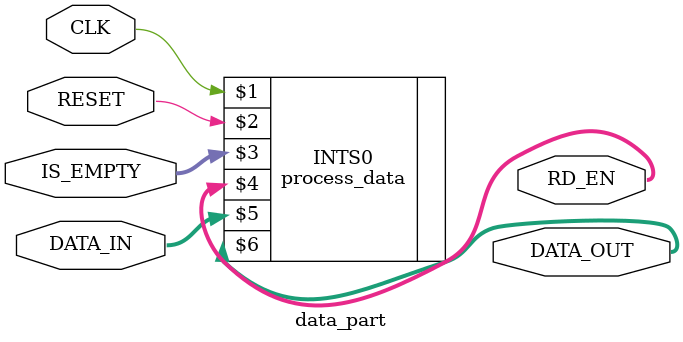
<source format=v>
`timescale 1ns / 1ps


module data_part(
    CLK, RESET, IS_EMPTY, RD_EN, DATA_IN, DATA_OUT
    );
    
    parameter	NO_FIFO	    = 4;
	parameter	NO_LABEL	= 4;
	parameter 	WIDTH		= 16;
	parameter	BITS		= 2;
	
	input									CLK, RESET;
	input			[NO_FIFO-1:0]			IS_EMPTY;
	input			[NO_FIFO*WIDTH-1:0]		DATA_IN;
	
	output			[NO_LABEL-1:0]			DATA_OUT;
	output     		[NO_FIFO-1:0]			RD_EN;
	
	process_data INTS0 (
                            CLK, 
                            RESET, 
                            IS_EMPTY, 
                            RD_EN, 
                            DATA_IN, 
                            DATA_OUT
                        );
endmodule

</source>
